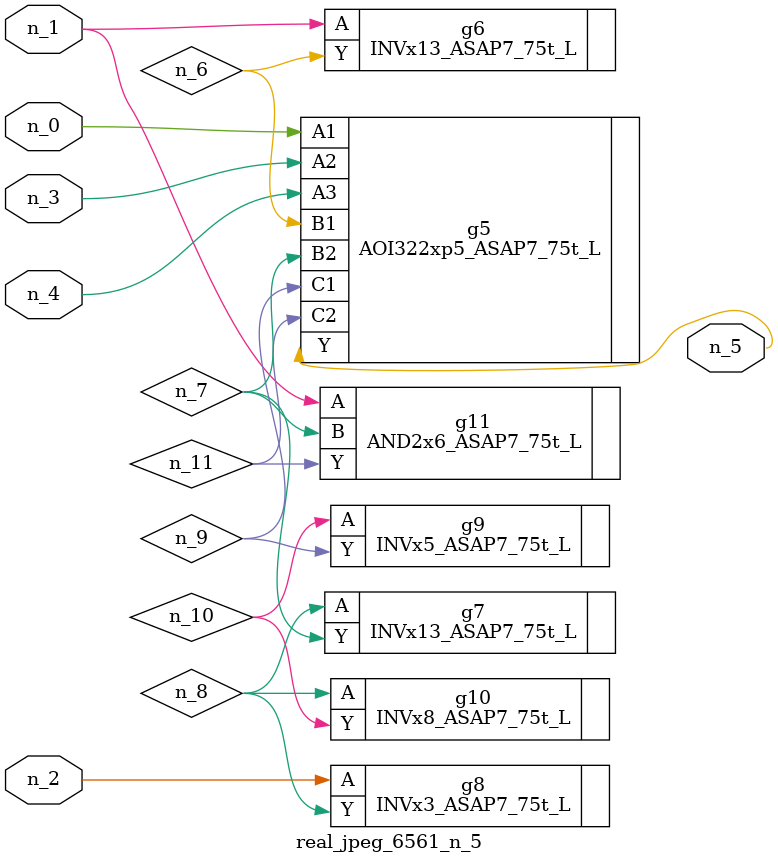
<source format=v>
module real_jpeg_6561_n_5 (n_4, n_0, n_1, n_2, n_3, n_5);

input n_4;
input n_0;
input n_1;
input n_2;
input n_3;

output n_5;

wire n_8;
wire n_11;
wire n_6;
wire n_7;
wire n_10;
wire n_9;

AOI322xp5_ASAP7_75t_L g5 ( 
.A1(n_0),
.A2(n_3),
.A3(n_4),
.B1(n_6),
.B2(n_7),
.C1(n_9),
.C2(n_11),
.Y(n_5)
);

INVx13_ASAP7_75t_L g6 ( 
.A(n_1),
.Y(n_6)
);

AND2x6_ASAP7_75t_L g11 ( 
.A(n_1),
.B(n_7),
.Y(n_11)
);

INVx3_ASAP7_75t_L g8 ( 
.A(n_2),
.Y(n_8)
);

INVx13_ASAP7_75t_L g7 ( 
.A(n_8),
.Y(n_7)
);

INVx8_ASAP7_75t_L g10 ( 
.A(n_8),
.Y(n_10)
);

INVx5_ASAP7_75t_L g9 ( 
.A(n_10),
.Y(n_9)
);


endmodule
</source>
